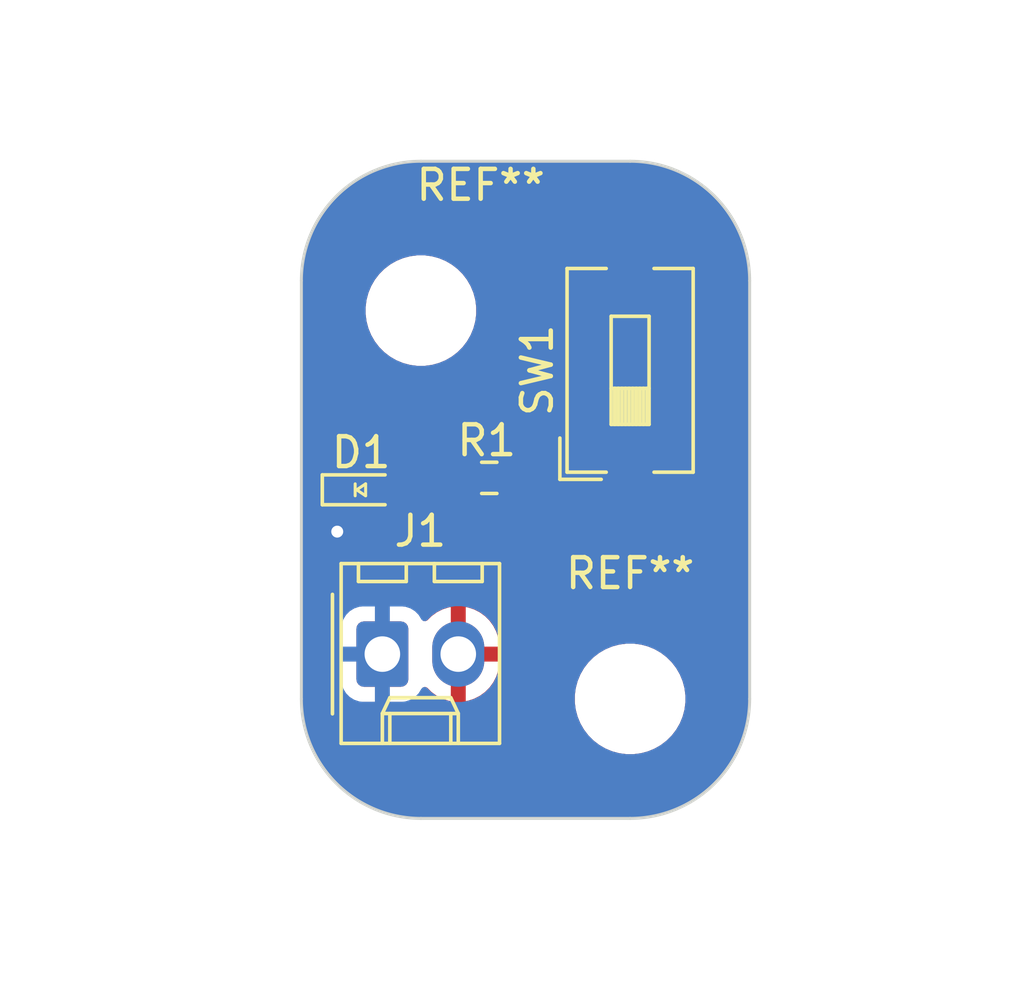
<source format=kicad_pcb>
(kicad_pcb (version 20240108) (generator "pcbnew") (generator_version "8.0")
  (title_block (title "LED Project") (date "2022-08-16") (rev "0.0") (company "Illini Solar Car") (comment 1 "Designed By: Rishab Iyer"))
  (layers (0 "F.Cu" signal) (31 "B.Cu" signal) (34 "B.Paste" user) (35 "F.Paste" user) (36 "B.SilkS" user "B.Silkscreen") (37 "F.SilkS" user "F.Silkscreen") (38 "B.Mask" user) (39 "F.Mask" user) (44 "Edge.Cuts" user))
  (net 0 "")
  (net 1 "GND")
  (net 2 "Net-(D1-A)")
  (net 3 "+3V3")
  (net 4 "Net-(R1-Pad1)")
  (footprint "layout:LED_0603_Symbol_on_F.SilkS" (layer "F.Cu") (at 110 74)
    (property "Reference" "D1" (at 0 -1.25 0) (layer "F.SilkS"))
    (property "Value" "LED_RED")
    (fp_line (start -1.3 -0.5) (end -1.3 0.5) (stroke (width 0.12)) (layer "F.SilkS"))
    (fp_line (start -1.3 -0.5) (end 0.8 -0.5) (stroke (width 0.12)) (layer "F.SilkS"))
    (fp_line (start -1.3 0.5) (end 0.8 0.5) (stroke (width 0.12)) (layer "F.SilkS"))
    (fp_line (start -0.2 -0.2) (end -0.2 0.2) (stroke (width 0.1)) (layer "F.SilkS"))
    (fp_line (start -0.15 0) (end 0.15 -0.2) (stroke (width 0.1)) (layer "F.SilkS"))
    (fp_line (start 0.15 -0.2) (end 0.15 0.2) (stroke (width 0.1)) (layer "F.SilkS"))
    (fp_line (start 0.15 0.2) (end -0.15 0) (stroke (width 0.1)) (layer "F.SilkS"))
    (pad "1" smd rect (at -0.8 0 180) (size 0.8 0.8) (layers "F.Cu" "F.Paste" "F.Mask") (net 1 "GND"))
    (pad "2" smd rect (at 0.8 0 180) (size 0.8 0.8) (layers "F.Cu" "F.Paste" "F.Mask") (net 2 "Net-(D1-A)"))
  )
  (footprint "MountingHole:MountingHole_3.2mm_M3" (layer "F.Cu") (at 119 81)
    (property "Reference" "REF**" (at 0 -4.2 0) (layer "F.SilkS"))
    (property "Value" "MountingHole_3.2mm_M3")
    (pad "" np_thru_hole circle (at 0 0) (size 3.2 3.2) (drill 3.2) (layers "*.Cu" "*.Mask"))
  )
  (footprint "Button_Switch_SMD:SW_DIP_SPSTx01_Slide_6.7x4.1mm_W8.61mm_P2.54mm_LowProfile" (layer "F.Cu") (at 119 70 90)
    (property "Reference" "SW1" (at 0 -3.11 90) (layer "F.SilkS"))
    (property "Value" "SW_Push")
    (fp_line (start -3.65 -2.35) (end -2.267 -2.35) (stroke (width 0.12)) (layer "F.SilkS"))
    (fp_line (start -3.65 -2.35) (end -3.65 -0.967) (stroke (width 0.12)) (layer "F.SilkS"))
    (fp_line (start 3.41 -2.11) (end 3.41 -0.8) (stroke (width 0.12)) (layer "F.SilkS"))
    (fp_line (start -3.41 -2.11) (end 3.41 -2.11) (stroke (width 0.12)) (layer "F.SilkS"))
    (fp_line (start -3.41 -2.11) (end -3.41 -0.8) (stroke (width 0.12)) (layer "F.SilkS"))
    (fp_line (start 1.81 -0.635) (end -1.81 -0.635) (stroke (width 0.12)) (layer "F.SilkS"))
    (fp_line (start -0.603333 -0.635) (end -0.603333 0.635) (stroke (width 0.12)) (layer "F.SilkS"))
    (fp_line (start -1.81 -0.635) (end -1.81 0.635) (stroke (width 0.12)) (layer "F.SilkS"))
    (fp_line (start -1.81 -0.515) (end -0.603333 -0.515) (stroke (width 0.12)) (layer "F.SilkS"))
    (fp_line (start -1.81 -0.395) (end -0.603333 -0.395) (stroke (width 0.12)) (layer "F.SilkS"))
    (fp_line (start -1.81 -0.275) (end -0.603333 -0.275) (stroke (width 0.12)) (layer "F.SilkS"))
    (fp_line (start -1.81 -0.155) (end -0.603333 -0.155) (stroke (width 0.12)) (layer "F.SilkS"))
    (fp_line (start -1.81 -0.035) (end -0.603333 -0.035) (stroke (width 0.12)) (layer "F.SilkS"))
    (fp_line (start -1.81 0.085) (end -0.603333 0.085) (stroke (width 0.12)) (layer "F.SilkS"))
    (fp_line (start -1.81 0.205) (end -0.603333 0.205) (stroke (width 0.12)) (layer "F.SilkS"))
    (fp_line (start -1.81 0.325) (end -0.603333 0.325) (stroke (width 0.12)) (layer "F.SilkS"))
    (fp_line (start -1.81 0.445) (end -0.603333 0.445) (stroke (width 0.12)) (layer "F.SilkS"))
    (fp_line (start -1.81 0.565) (end -0.603333 0.565) (stroke (width 0.12)) (layer "F.SilkS"))
    (fp_line (start 1.81 0.635) (end 1.81 -0.635) (stroke (width 0.12)) (layer "F.SilkS"))
    (fp_line (start -1.81 0.635) (end 1.81 0.635) (stroke (width 0.12)) (layer "F.SilkS"))
    (fp_line (start 3.41 0.8) (end 3.41 2.11) (stroke (width 0.12)) (layer "F.SilkS"))
    (fp_line (start -3.41 0.8) (end -3.41 2.11) (stroke (width 0.12)) (layer "F.SilkS"))
    (fp_line (start -3.41 2.11) (end 3.41 2.11) (stroke (width 0.12)) (layer "F.SilkS"))
    (pad "1" smd rect (at -4.305 0 90) (size 2.44 1.12) (layers "F.Cu" "F.Paste" "F.Mask") (net 3 "+3V3"))
    (pad "2" smd rect (at 4.305 0 90) (size 2.44 1.12) (layers "F.Cu" "F.Paste" "F.Mask") (net 4 "Net-(R1-Pad1)"))
  )
  (footprint "Resistor_SMD:R_0603_1608Metric_Pad0.98x0.95mm_HandSolder" (layer "F.Cu") (at 114.2875 73.6 180)
    (property "Reference" "R1" (at 0.0875 1.25 360) (layer "F.SilkS"))
    (property "Value" "105")
    (fp_line (start -0.254724 0.5225) (end 0.254724 0.5225) (stroke (width 0.12)) (layer "F.SilkS"))
    (fp_line (start -0.254724 -0.5225) (end 0.254724 -0.5225) (stroke (width 0.12)) (layer "F.SilkS"))
    (pad "1" smd roundrect (at -0.9125 0 180) (size 0.975 0.95) (layers "F.Cu" "F.Paste" "F.Mask") (net 4 "Net-(R1-Pad1)"))
    (pad "2" smd roundrect (at 0.9125 0 180) (size 0.975 0.95) (layers "F.Cu" "F.Paste" "F.Mask") (net 2 "Net-(D1-A)"))
  )
  (footprint "Connector_Molex:Molex_KK-254_AE-6410-02A_1x02_P2.54mm_Vertical" (layer "F.Cu") (at 110.71 79.5)
    (property "Reference" "J1" (at 1.27 -4.12 0) (layer "F.SilkS"))
    (property "Value" "Conn_01x02")
    (fp_line (start -1.67 -2) (end -1.67 2) (stroke (width 0.12)) (layer "F.SilkS"))
    (fp_line (start -1.38 -3.03) (end -1.38 2.99) (stroke (width 0.12)) (layer "F.SilkS"))
    (fp_line (start -1.38 2.99) (end 3.92 2.99) (stroke (width 0.12)) (layer "F.SilkS"))
    (fp_line (start -0.8 -3.03) (end -0.8 -2.43) (stroke (width 0.12)) (layer "F.SilkS"))
    (fp_line (start -0.8 -2.43) (end 0.8 -2.43) (stroke (width 0.12)) (layer "F.SilkS"))
    (fp_line (start 0 1.99) (end 0.25 1.46) (stroke (width 0.12)) (layer "F.SilkS"))
    (fp_line (start 0 1.99) (end 2.54 1.99) (stroke (width 0.12)) (layer "F.SilkS"))
    (fp_line (start 0 2.99) (end 0 1.99) (stroke (width 0.12)) (layer "F.SilkS"))
    (fp_line (start 0.25 1.46) (end 2.29 1.46) (stroke (width 0.12)) (layer "F.SilkS"))
    (fp_line (start 0.25 2.99) (end 0.25 1.99) (stroke (width 0.12)) (layer "F.SilkS"))
    (fp_line (start 0.8 -2.43) (end 0.8 -3.03) (stroke (width 0.12)) (layer "F.SilkS"))
    (fp_line (start 1.74 -3.03) (end 1.74 -2.43) (stroke (width 0.12)) (layer "F.SilkS"))
    (fp_line (start 1.74 -2.43) (end 3.34 -2.43) (stroke (width 0.12)) (layer "F.SilkS"))
    (fp_line (start 2.29 1.46) (end 2.54 1.99) (stroke (width 0.12)) (layer "F.SilkS"))
    (fp_line (start 2.29 2.99) (end 2.29 1.99) (stroke (width 0.12)) (layer "F.SilkS"))
    (fp_line (start 2.54 1.99) (end 2.54 2.99) (stroke (width 0.12)) (layer "F.SilkS"))
    (fp_line (start 3.34 -2.43) (end 3.34 -3.03) (stroke (width 0.12)) (layer "F.SilkS"))
    (fp_line (start 3.92 -3.03) (end -1.38 -3.03) (stroke (width 0.12)) (layer "F.SilkS"))
    (fp_line (start 3.92 2.99) (end 3.92 -3.03) (stroke (width 0.12)) (layer "F.SilkS"))
    (pad "1" thru_hole roundrect (at 0 0) (size 1.74 2.19) (drill 1.19) (layers "*.Cu" "*.Mask") (roundrect_rratio 0.143678) (net 1 "GND"))
    (pad "2" thru_hole oval (at 2.54 0) (size 1.74 2.19) (drill 1.19) (layers "*.Cu" "*.Mask") (net 3 "+3V3"))
  )
  (footprint "MountingHole:MountingHole_3.2mm_M3" (layer "F.Cu") (at 112 68)
    (property "Reference" "REF**" (at 2 -4.2 0) (layer "F.SilkS"))
    (property "Value" "MountingHole_3.2mm_M3")
    (pad "" np_thru_hole circle (at 0 0) (size 3.2 3.2) (drill 3.2) (layers "*.Cu" "*.Mask"))
  )
  (gr_line (start 112 63) (end 119 63) (stroke (width 0.1)) (layer "Edge.Cuts"))
  (gr_arc (start 108 67) (mid 109.171573 64.171573) (end 112 63) (stroke (width 0.1)) (layer "Edge.Cuts"))
  (gr_line (start 108 81) (end 108 67) (stroke (width 0.1)) (layer "Edge.Cuts"))
  (gr_line (start 123 67) (end 123 81) (stroke (width 0.1)) (layer "Edge.Cuts"))
  (gr_line (start 119 85) (end 112 85) (stroke (width 0.1)) (layer "Edge.Cuts"))
  (gr_arc (start 112 85) (mid 109.171573 83.828427) (end 108 81) (stroke (width 0.1)) (layer "Edge.Cuts"))
  (gr_arc (start 119 63) (mid 121.828427 64.171573) (end 123 67) (stroke (width 0.1)) (layer "Edge.Cuts"))
  (gr_arc (start 123 81) (mid 121.828427 83.828427) (end 119 85) (stroke (width 0.1)) (layer "Edge.Cuts"))
  (segment (start 109.2 74) (end 109.2 75.4) (width 0.25) (layer "F.Cu") (net 1))
  (via (at 109.2 75.4) (size 0.8) (drill 0.4) (layers "F.Cu" "B.Cu") (net 1))
  (segment (start 112.2 73.6) (end 113.375 73.6) (width 0.25) (layer "F.Cu") (net 2))
  (segment (start 110.8 74) (end 111.8 74) (width 0.25) (layer "F.Cu") (net 2))
  (segment (start 111.8 74) (end 112.2 73.6) (width 0.25) (layer "F.Cu") (net 2))
  (segment (start 119 65.695) (end 116.305 65.695) (width 0.25) (layer "F.Cu") (net 4))
  (segment (start 116.305 65.695) (end 116 66) (width 0.25) (layer "F.Cu") (net 4))
  (segment (start 116 70.4) (end 115.2 71.2) (width 0.25) (layer "F.Cu") (net 4))
  (segment (start 115.2 71.2) (end 115.2 73.6) (width 0.25) (layer "F.Cu") (net 4))
  (segment (start 116 66) (end 116 70.4) (width 0.25) (layer "F.Cu") (net 4))
  (zone (net 3) (net_name "+3V3") (layer "F.Cu") (connect_pads (clearance 0.508)) (min_thickness 0.25) (fill yes (thermal_gap 0.5) (thermal_bridge_width 0.5))
    (polygon (pts (xy 108 63) (xy 123 63) (xy 123 85) (xy 108 85)))
  )
  (zone (net 1) (net_name "GND") (layer "B.Cu") (priority 1) (connect_pads (clearance 0.508)) (min_thickness 0.25) (fill yes (thermal_gap 0.5) (thermal_bridge_width 0.5))
    (polygon (pts (xy 108 63) (xy 123 63) (xy 123 85) (xy 108 85)))
  )
)
</source>
